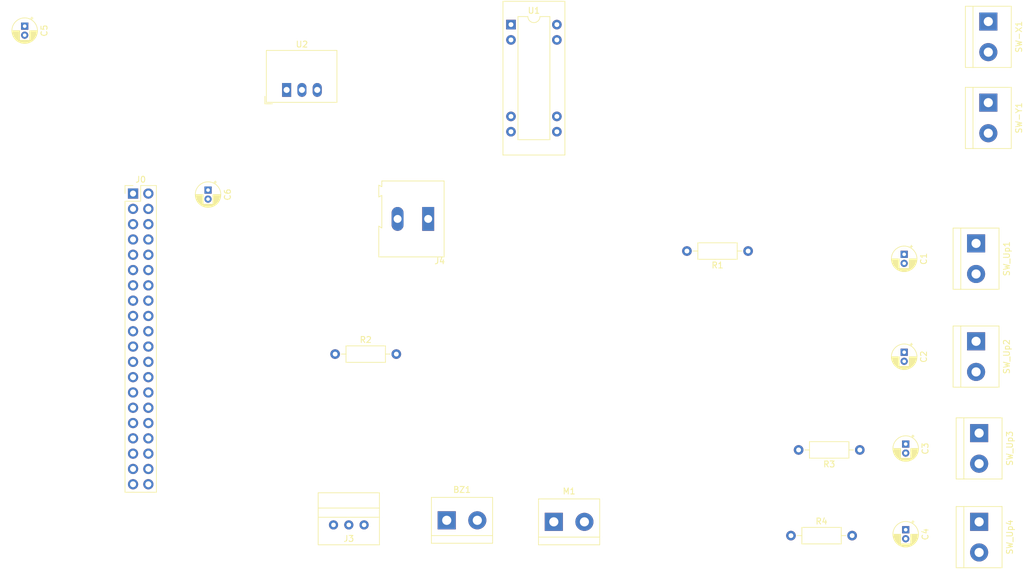
<source format=kicad_pcb>
(kicad_pcb (version 20211014) (generator pcbnew)
  (layers (0 "F.Cu" signal) (31 "B.Cu" signal) (34 "B.Paste" user) (35 "F.Paste" user) (36 "B.SilkS" user "B.Silkscreen") (37 "F.SilkS" user "F.Silkscreen") (38 "B.Mask" user) (39 "F.Mask" user) (44 "Edge.Cuts" user))
  (net 0 "")
  (net 1 "GND")
  (net 2 "Net-(BZ1-Pad2)")
  (net 3 "Net-(M1-Pad1)")
  (net 4 "Net-(M1-Pad2)")
  (net 5 "Net-(J0-Pad24)")
  (net 6 "Net-(J0-Pad26)")
  (net 7 "Net-(C1-Pad2)")
  (net 8 "Net-(C2-Pad2)")
  (net 9 "Net-(C3-Pad2)")
  (net 10 "Net-(C4-Pad2)")
  (net 11 "Net-(C5-Pad1)")
  (net 12 "+5V")
  (net 13 "Net-(J0-Pad31)")
  (net 14 "Net-(J0-Pad29)")
  (net 15 "+12V")
  (net 34 "Net-(J0-Pad30)")
  (net 35 "Net-(J0-Pad32)")
  (net 37 "Net-(J0-Pad34)")
  (net 39 "Net-(J0-Pad36)")
  (footprint "SMM:TerminalBlock-2_P5.08mm_large" (layer "F.Cu") (at 113.509 77.978 180)
    (fp_text reference "J4" (at -1.92 -6.99) (layer "F.SilkS"))
    (fp_text value "24VDC")
    (pad "1" thru_hole rect (at 0 0 180) (size 1.98 3.96) (drill 1.32) (layers *.Cu *.Mask) (net 11 "Net-(C5-Pad1)"))
    (pad "2" thru_hole oval (at 5.08 0 180) (size 1.98 3.96) (drill 1.32) (layers *.Cu *.Mask) (net 1 "GND"))
  )
  (footprint "Capacitor_THT:CP_Radial_D4.0mm_P1.50mm" (layer "F.Cu") (at 46.521401 45.974 -90)
    (fp_text reference "C5" (at 0.75 -3.25 90) (layer "F.SilkS"))
    (fp_text value "10µF")
    (pad "1" thru_hole rect (at 0 0 270) (size 1.2 1.2) (drill 0.6) (layers *.Cu *.Mask) (net 11 "Net-(C5-Pad1)"))
    (pad "2" thru_hole circle (at 1.5 0 270) (size 1.2 1.2) (drill 0.6) (layers *.Cu *.Mask) (net 1 "GND"))
  )
  (footprint "SMM:TerminalBlock-2_P5.08mm_small" (layer "F.Cu") (at 206.502 45.212 -90)
    (fp_text reference "SW-X1" (at 2.54 -5.08 90) (layer "F.SilkS"))
    (fp_text value "Limit Switch")
    (pad "1" thru_hole rect (at 0 0 270) (size 3 3) (drill 1.52) (layers *.Cu *.Mask) (net 5 "Net-(J0-Pad24)"))
    (pad "2" thru_hole circle (at 5.08 0 270) (size 3 3) (drill 1.52) (layers *.Cu *.Mask) (net 1 "GND"))
  )
  (footprint "SMM:TerminalBlock-2_P5.08mm_small" (layer "F.Cu") (at 134.366 128.27)
    (fp_text reference "M1" (at 2.54 -5.08) (layer "F.SilkS"))
    (fp_text value "Motor_DC")
    (pad "1" thru_hole rect (at 0 0) (size 3 3) (drill 1.52) (layers *.Cu *.Mask) (net 3 "Net-(M1-Pad1)"))
    (pad "2" thru_hole circle (at 5.08 0) (size 3 3) (drill 1.52) (layers *.Cu *.Mask) (net 4 "Net-(M1-Pad2)"))
  )
  (footprint "SMM:TerminalBlock-2_P5.08mm_small" (layer "F.Cu") (at 116.586 128.016)
    (fp_text reference "BZ1" (at 2.54 -5.08) (layer "F.SilkS"))
    (fp_text value "Buzzer")
    (pad "1" thru_hole rect (at 0 0) (size 3 3) (drill 1.52) (layers *.Cu *.Mask) (net 1 "GND"))
    (pad "2" thru_hole circle (at 5.08 0) (size 3 3) (drill 1.52) (layers *.Cu *.Mask) (net 2 "Net-(BZ1-Pad2)"))
  )
  (footprint "SMM:TerminalBlock-2_P5.08mm_small" (layer "F.Cu") (at 204.978 113.538 -90)
    (fp_text reference "SW_Up3" (at 2.54 -5.08 90) (layer "F.SilkS"))
    (fp_text value "SW_Push")
    (pad "1" thru_hole rect (at 0 0 270) (size 3 3) (drill 1.52) (layers *.Cu *.Mask) (net 1 "GND"))
    (pad "2" thru_hole circle (at 5.08 0 270) (size 3 3) (drill 1.52) (layers *.Cu *.Mask) (net 9 "Net-(C3-Pad2)"))
  )
  (footprint "SMM:Resistor_L6.3mm_D2.5mm_P10.16mm_Horizontal" (layer "F.Cu") (at 166.624 83.312 180)
    (fp_text reference "R1" (at 5.08 -2.37) (layer "F.SilkS"))
    (fp_text value "1K")
    (pad "1" thru_hole circle (at 0 0 180) (size 1.6 1.6) (drill 0.8) (layers *.Cu *.Mask) (net 7 "Net-(C1-Pad2)"))
    (pad "2" thru_hole oval (at 10.16 0 180) (size 1.6 1.6) (drill 0.8) (layers *.Cu *.Mask) (net 12 "+5V"))
  )
  (footprint "Capacitor_THT:CP_Radial_D4.0mm_P1.50mm" (layer "F.Cu") (at 192.532 100.115401 -90)
    (fp_text reference "C2" (at 0.75 -3.25 90) (layer "F.SilkS"))
    (fp_text value "100nF")
    (pad "1" thru_hole rect (at 0 0 270) (size 1.2 1.2) (drill 0.6) (layers *.Cu *.Mask) (net 1 "GND"))
    (pad "2" thru_hole circle (at 1.5 0 270) (size 1.2 1.2) (drill 0.6) (layers *.Cu *.Mask) (net 8 "Net-(C2-Pad2)"))
  )
  (footprint "SMM:TerminalBlock-2_P5.08mm_small" (layer "F.Cu") (at 204.978 128.27 -90)
    (fp_text reference "SW_Up4" (at 2.54 -5.08 90) (layer "F.SilkS"))
    (fp_text value "SW_Push")
    (pad "1" thru_hole rect (at 0 0 270) (size 3 3) (drill 1.52) (layers *.Cu *.Mask) (net 1 "GND"))
    (pad "2" thru_hole circle (at 5.08 0 270) (size 3 3) (drill 1.52) (layers *.Cu *.Mask) (net 10 "Net-(C4-Pad2)"))
  )
  (footprint "SMM:Resistor_L6.3mm_D2.5mm_P10.16mm_Horizontal" (layer "F.Cu") (at 98.06 100.42)
    (fp_text reference "R2" (at 5.08 -2.37) (layer "F.SilkS"))
    (fp_text value "1K")
    (pad "1" thru_hole circle (at 0 0) (size 1.6 1.6) (drill 0.8) (layers *.Cu *.Mask) (net 8 "Net-(C2-Pad2)"))
    (pad "2" thru_hole oval (at 10.16 0) (size 1.6 1.6) (drill 0.8) (layers *.Cu *.Mask) (net 12 "+5V"))
  )
  (footprint "Connector_PinHeader_2.54mm:PinHeader_2x20_P2.54mm_Vertical" (layer "F.Cu") (at 64.511 73.77)
    (fp_text reference "J0" (at 1.27 -2.33) (layer "F.SilkS"))
    (fp_text value "SMM_Mega_Shield_Connector")
    (pad "1" thru_hole rect (at 0 0) (size 1.7 1.7) (drill 1) (layers *.Cu *.Mask) (net 1 "GND"))
    (pad "2" thru_hole oval (at 2.54 0) (size 1.7 1.7) (drill 1) (layers *.Cu *.Mask))
    (pad "3" thru_hole oval (at 0 2.54) (size 1.7 1.7) (drill 1) (layers *.Cu *.Mask) (net 1 "GND"))
    (pad "4" thru_hole oval (at 2.54 2.54) (size 1.7 1.7) (drill 1) (layers *.Cu *.Mask))
    (pad "5" thru_hole oval (at 0 5.08) (size 1.7 1.7) (drill 1) (layers *.Cu *.Mask))
    (pad "6" thru_hole oval (at 2.54 5.08) (size 1.7 1.7) (drill 1) (layers *.Cu *.Mask))
    (pad "7" thru_hole oval (at 0 7.62) (size 1.7 1.7) (drill 1) (layers *.Cu *.Mask) (net 12 "+5V"))
    (pad "8" thru_hole oval (at 2.54 7.62) (size 1.7 1.7) (drill 1) (layers *.Cu *.Mask))
    (pad "9" thru_hole oval (at 0 10.16) (size 1.7 1.7) (drill 1) (layers *.Cu *.Mask))
    (pad "10" thru_hole oval (at 2.54 10.16) (size 1.7 1.7) (drill 1) (layers *.Cu *.Mask))
    (pad "11" thru_hole oval (at 0 12.7) (size 1.7 1.7) (drill 1) (layers *.Cu *.Mask))
    (pad "12" thru_hole oval (at 2.54 12.7) (size 1.7 1.7) (drill 1) (layers *.Cu *.Mask))
    (pad "13" thru_hole oval (at 0 15.24) (size 1.7 1.7) (drill 1) (layers *.Cu *.Mask))
    (pad "14" thru_hole oval (at 2.54 15.24) (size 1.7 1.7) (drill 1) (layers *.Cu *.Mask))
    (pad "15" thru_hole oval (at 0 17.78) (size 1.7 1.7) (drill 1) (layers *.Cu *.Mask))
    (pad "16" thru_hole oval (at 2.54 17.78) (size 1.7 1.7) (drill 1) (layers *.Cu *.Mask) (net 7 "Net-(C1-Pad2)"))
    (pad "17" thru_hole oval (at 0 20.32) (size 1.7 1.7) (drill 1) (layers *.Cu *.Mask))
    (pad "18" thru_hole oval (at 2.54 20.32) (size 1.7 1.7) (drill 1) (layers *.Cu *.Mask) (net 8 "Net-(C2-Pad2)"))
    (pad "19" thru_hole oval (at 0 22.86) (size 1.7 1.7) (drill 1) (layers *.Cu *.Mask))
    (pad "20" thru_hole oval (at 2.54 22.86) (size 1.7 1.7) (drill 1) (layers *.Cu *.Mask) (net 9 "Net-(C3-Pad2)"))
    (pad "21" thru_hole oval (at 0 25.4) (size 1.7 1.7) (drill 1) (layers *.Cu *.Mask))
    (pad "22" thru_hole oval (at 2.54 25.4) (size 1.7 1.7) (drill 1) (layers *.Cu *.Mask) (net 10 "Net-(C4-Pad2)"))
    (pad "23" thru_hole oval (at 0 27.94) (size 1.7 1.7) (drill 1) (layers *.Cu *.Mask))
    (pad "24" thru_hole oval (at 2.54 27.94) (size 1.7 1.7) (drill 1) (layers *.Cu *.Mask) (net 5 "Net-(J0-Pad24)"))
    (pad "25" thru_hole oval (at 0 30.48) (size 1.7 1.7) (drill 1) (layers *.Cu *.Mask))
    (pad "26" thru_hole oval (at 2.54 30.48) (size 1.7 1.7) (drill 1) (layers *.Cu *.Mask) (net 6 "Net-(J0-Pad26)"))
    (pad "27" thru_hole oval (at 0 33.02) (size 1.7 1.7) (drill 1) (layers *.Cu *.Mask))
    (pad "28" thru_hole oval (at 2.54 33.02) (size 1.7 1.7) (drill 1) (layers *.Cu *.Mask) (net 2 "Net-(BZ1-Pad2)"))
    (pad "29" thru_hole oval (at 0 35.56) (size 1.7 1.7) (drill 1) (layers *.Cu *.Mask) (net 14 "Net-(J0-Pad29)"))
    (pad "30" thru_hole oval (at 2.54 35.56) (size 1.7 1.7) (drill 1) (layers *.Cu *.Mask) (net 34 "Net-(J0-Pad30)"))
    (pad "31" thru_hole oval (at 0 38.1) (size 1.7 1.7) (drill 1) (layers *.Cu *.Mask) (net 13 "Net-(J0-Pad31)"))
    (pad "32" thru_hole oval (at 2.54 38.1) (size 1.7 1.7) (drill 1) (layers *.Cu *.Mask) (net 35 "Net-(J0-Pad32)"))
    (pad "33" thru_hole oval (at 0 40.64) (size 1.7 1.7) (drill 1) (layers *.Cu *.Mask))
    (pad "34" thru_hole oval (at 2.54 40.64) (size 1.7 1.7) (drill 1) (layers *.Cu *.Mask) (net 37 "Net-(J0-Pad34)"))
    (pad "35" thru_hole oval (at 0 43.18) (size 1.7 1.7) (drill 1) (layers *.Cu *.Mask))
    (pad "36" thru_hole oval (at 2.54 43.18) (size 1.7 1.7) (drill 1) (layers *.Cu *.Mask) (net 39 "Net-(J0-Pad36)"))
    (pad "37" thru_hole oval (at 0 45.72) (size 1.7 1.7) (drill 1) (layers *.Cu *.Mask))
    (pad "38" thru_hole oval (at 2.54 45.72) (size 1.7 1.7) (drill 1) (layers *.Cu *.Mask))
    (pad "39" thru_hole oval (at 0 48.26) (size 1.7 1.7) (drill 1) (layers *.Cu *.Mask))
    (pad "40" thru_hole oval (at 2.54 48.26) (size 1.7 1.7) (drill 1) (layers *.Cu *.Mask))
  )
  (footprint "Package_DIP:DIP-8-16_W7.62mm_Socket" (layer "F.Cu") (at 127.254 45.72)
    (fp_text reference "U1" (at 3.81 -2.33) (layer "F.SilkS"))
    (fp_text value "L9110_H-Bridge")
    (pad "1" thru_hole rect (at 0 0) (size 1.6 1.6) (drill 0.8) (layers *.Cu *.Mask))
    (pad "2" thru_hole circle (at 0 2.54) (size 1.6 1.6) (drill 0.8) (layers *.Cu *.Mask))
    (pad "3" thru_hole circle (at 0 15.24) (size 1.6 1.6) (drill 0.8) (layers *.Cu *.Mask))
    (pad "4" thru_hole circle (at 0 17.78) (size 1.6 1.6) (drill 0.8) (layers *.Cu *.Mask))
    (pad "5" thru_hole circle (at 7.62 17.78) (size 1.6 1.6) (drill 0.8) (layers *.Cu *.Mask))
    (pad "6" thru_hole circle (at 7.62 15.24) (size 1.6 1.6) (drill 0.8) (layers *.Cu *.Mask))
    (pad "7" thru_hole circle (at 7.62 2.54) (size 1.6 1.6) (drill 0.8) (layers *.Cu *.Mask))
    (pad "8" thru_hole circle (at 7.62 0) (size 1.6 1.6) (drill 0.8) (layers *.Cu *.Mask))
  )
  (footprint "SMM:Resistor_L6.3mm_D2.5mm_P10.16mm_Horizontal" (layer "F.Cu") (at 185.166 116.332 180)
    (fp_text reference "R3" (at 5.08 -2.37) (layer "F.SilkS"))
    (fp_text value "1K")
    (pad "1" thru_hole circle (at 0 0 180) (size 1.6 1.6) (drill 0.8) (layers *.Cu *.Mask) (net 9 "Net-(C3-Pad2)"))
    (pad "2" thru_hole oval (at 10.16 0 180) (size 1.6 1.6) (drill 0.8) (layers *.Cu *.Mask) (net 12 "+5V"))
  )
  (footprint "SMM:Resistor_L6.3mm_D2.5mm_P10.16mm_Horizontal" (layer "F.Cu") (at 173.736 130.556)
    (fp_text reference "R4" (at 5.08 -2.37) (layer "F.SilkS"))
    (fp_text value "1K")
    (pad "1" thru_hole circle (at 0 0) (size 1.6 1.6) (drill 0.8) (layers *.Cu *.Mask) (net 10 "Net-(C4-Pad2)"))
    (pad "2" thru_hole oval (at 10.16 0) (size 1.6 1.6) (drill 0.8) (layers *.Cu *.Mask) (net 12 "+5V"))
  )
  (footprint "Capacitor_THT:CP_Radial_D4.0mm_P1.50mm" (layer "F.Cu") (at 192.786 115.355401 -90)
    (fp_text reference "C3" (at 0.75 -3.25 90) (layer "F.SilkS"))
    (fp_text value "100nF")
    (pad "1" thru_hole rect (at 0 0 270) (size 1.2 1.2) (drill 0.6) (layers *.Cu *.Mask) (net 1 "GND"))
    (pad "2" thru_hole circle (at 1.5 0 270) (size 1.2 1.2) (drill 0.6) (layers *.Cu *.Mask) (net 9 "Net-(C3-Pad2)"))
  )
  (footprint "Capacitor_THT:CP_Radial_D4.0mm_P1.50mm" (layer "F.Cu") (at 192.532 83.859401 -90)
    (fp_text reference "C1" (at 0.75 -3.25 90) (layer "F.SilkS"))
    (fp_text value "100nF")
    (pad "1" thru_hole rect (at 0 0 270) (size 1.2 1.2) (drill 0.6) (layers *.Cu *.Mask) (net 1 "GND"))
    (pad "2" thru_hole circle (at 1.5 0 270) (size 1.2 1.2) (drill 0.6) (layers *.Cu *.Mask) (net 7 "Net-(C1-Pad2)"))
  )
  (footprint "Capacitor_THT:CP_Radial_D4.0mm_P1.50mm" (layer "F.Cu") (at 76.962 73.191401 -90)
    (fp_text reference "C6" (at 0.75 -3.25 90) (layer "F.SilkS"))
    (fp_text value "10µF")
    (pad "1" thru_hole rect (at 0 0 270) (size 1.2 1.2) (drill 0.6) (layers *.Cu *.Mask) (net 15 "+12V"))
    (pad "2" thru_hole circle (at 1.5 0 270) (size 1.2 1.2) (drill 0.6) (layers *.Cu *.Mask) (net 1 "GND"))
  )
  (footprint "Converter_DCDC:Converter_DCDC_RECOM_R-78E-0.5_THT" (layer "F.Cu") (at 90.009 56.5635)
    (fp_text reference "U2" (at 2.54 -7.56) (layer "F.SilkS"))
    (fp_text value "R-78C12-1.0")
    (pad "1" thru_hole rect (at 0 0) (size 1.5 2.3) (drill 1) (layers *.Cu *.Mask) (net 11 "Net-(C5-Pad1)"))
    (pad "2" thru_hole oval (at 2.54 0) (size 1.5 2.3) (drill 1) (layers *.Cu *.Mask) (net 1 "GND"))
    (pad "3" thru_hole oval (at 5.08 0) (size 1.5 2.3) (drill 1) (layers *.Cu *.Mask) (net 15 "+12V"))
  )
  (footprint "Capacitor_THT:CP_Radial_D4.0mm_P1.50mm" (layer "F.Cu") (at 192.786 129.579401 -90)
    (fp_text reference "C4" (at 0.75 -3.25 90) (layer "F.SilkS"))
    (fp_text value "100nF")
    (pad "1" thru_hole rect (at 0 0 270) (size 1.2 1.2) (drill 0.6) (layers *.Cu *.Mask) (net 1 "GND"))
    (pad "2" thru_hole circle (at 1.5 0 270) (size 1.2 1.2) (drill 0.6) (layers *.Cu *.Mask) (net 10 "Net-(C4-Pad2)"))
  )
  (footprint "SMM:I50115" (layer "F.Cu") (at 100.33 128.778)
    (fp_text reference "J3" (at 0 2.286 unlocked) (layer "F.SilkS"))
    (fp_text value "gen4-IB ")
    (pad "1" thru_hole circle (at -2.54 0) (size 1.524 1.524) (drill 0.762) (layers *.Cu *.Mask) (net 12 "+5V"))
    (pad "2" thru_hole circle (at 0 0) (size 1.524 1.524) (drill 0.762) (layers *.Cu *.Mask) (net 13 "Net-(J0-Pad31)"))
    (pad "3" thru_hole circle (at 2.54 0) (size 1.524 1.524) (drill 0.762) (layers *.Cu *.Mask) (net 14 "Net-(J0-Pad29)"))
  )
  (footprint "SMM:TerminalBlock-2_P5.08mm_small" (layer "F.Cu") (at 204.47 98.298 -90)
    (fp_text reference "SW_Up2" (at 2.54 -5.08 90) (layer "F.SilkS"))
    (fp_text value "SW_Push")
    (pad "1" thru_hole rect (at 0 0 270) (size 3 3) (drill 1.52) (layers *.Cu *.Mask) (net 1 "GND"))
    (pad "2" thru_hole circle (at 5.08 0 270) (size 3 3) (drill 1.52) (layers *.Cu *.Mask) (net 8 "Net-(C2-Pad2)"))
  )
  (footprint "SMM:TerminalBlock-2_P5.08mm_small" (layer "F.Cu") (at 206.502 58.674 -90)
    (fp_text reference "SW-Y1" (at 2.54 -5.08 90) (layer "F.SilkS"))
    (fp_text value "Limit Switch")
    (pad "1" thru_hole rect (at 0 0 270) (size 3 3) (drill 1.52) (layers *.Cu *.Mask) (net 6 "Net-(J0-Pad26)"))
    (pad "2" thru_hole circle (at 5.08 0 270) (size 3 3) (drill 1.52) (layers *.Cu *.Mask) (net 1 "GND"))
  )
  (footprint "SMM:TerminalBlock-2_P5.08mm_small" (layer "F.Cu") (at 204.47 82.042 -90)
    (fp_text reference "SW_Up1" (at 2.54 -5.08 90) (layer "F.SilkS"))
    (fp_text value "SW_Push")
    (pad "1" thru_hole rect (at 0 0 270) (size 3 3) (drill 1.52) (layers *.Cu *.Mask) (net 1 "GND"))
    (pad "2" thru_hole circle (at 5.08 0 270) (size 3 3) (drill 1.52) (layers *.Cu *.Mask) (net 7 "Net-(C1-Pad2)"))
  )
)
</source>
